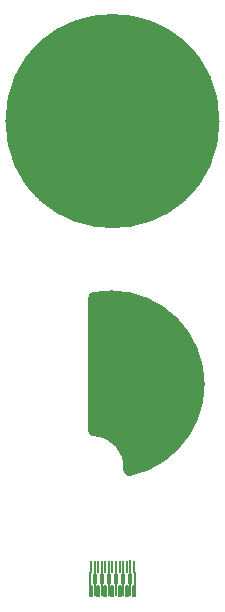
<source format=gts>
G04 #@! TF.GenerationSoftware,KiCad,Pcbnew,8.0.6*
G04 #@! TF.CreationDate,2025-02-24T12:04:57+08:00*
G04 #@! TF.ProjectId,flex3kicad_pcb,666c6578-336b-4696-9361-645f7063622e,rev?*
G04 #@! TF.SameCoordinates,Original*
G04 #@! TF.FileFunction,Soldermask,Top*
G04 #@! TF.FilePolarity,Negative*
%FSLAX46Y46*%
G04 Gerber Fmt 4.6, Leading zero omitted, Abs format (unit mm)*
G04 Created by KiCad (PCBNEW 8.0.6) date 2025-02-24 12:04:57*
%MOMM*%
%LPD*%
G01*
G04 APERTURE LIST*
G04 Aperture macros list*
%AMRoundRect*
0 Rectangle with rounded corners*
0 $1 Rounding radius*
0 $2 $3 $4 $5 $6 $7 $8 $9 X,Y pos of 4 corners*
0 Add a 4 corners polygon primitive as box body*
4,1,4,$2,$3,$4,$5,$6,$7,$8,$9,$2,$3,0*
0 Add four circle primitives for the rounded corners*
1,1,$1+$1,$2,$3*
1,1,$1+$1,$4,$5*
1,1,$1+$1,$6,$7*
1,1,$1+$1,$8,$9*
0 Add four rect primitives between the rounded corners*
20,1,$1+$1,$2,$3,$4,$5,0*
20,1,$1+$1,$4,$5,$6,$7,0*
20,1,$1+$1,$6,$7,$8,$9,0*
20,1,$1+$1,$8,$9,$2,$3,0*%
%AMOutline5P*
0 Free polygon, 5 corners , with rotation*
0 The origin of the aperture is its center*
0 number of corners: always 5*
0 $1 to $10 corner X, Y*
0 $11 Rotation angle, in degrees counterclockwise*
0 create outline with 5 corners*
4,1,5,$1,$2,$3,$4,$5,$6,$7,$8,$9,$10,$1,$2,$11*%
%AMOutline6P*
0 Free polygon, 6 corners , with rotation*
0 The origin of the aperture is its center*
0 number of corners: always 6*
0 $1 to $12 corner X, Y*
0 $13 Rotation angle, in degrees counterclockwise*
0 create outline with 6 corners*
4,1,6,$1,$2,$3,$4,$5,$6,$7,$8,$9,$10,$11,$12,$1,$2,$13*%
%AMOutline7P*
0 Free polygon, 7 corners , with rotation*
0 The origin of the aperture is its center*
0 number of corners: always 7*
0 $1 to $14 corner X, Y*
0 $15 Rotation angle, in degrees counterclockwise*
0 create outline with 7 corners*
4,1,7,$1,$2,$3,$4,$5,$6,$7,$8,$9,$10,$11,$12,$13,$14,$1,$2,$15*%
%AMOutline8P*
0 Free polygon, 8 corners , with rotation*
0 The origin of the aperture is its center*
0 number of corners: always 8*
0 $1 to $16 corner X, Y*
0 $17 Rotation angle, in degrees counterclockwise*
0 create outline with 8 corners*
4,1,8,$1,$2,$3,$4,$5,$6,$7,$8,$9,$10,$11,$12,$13,$14,$15,$16,$1,$2,$17*%
%AMFreePoly0*
4,1,14,-0.150000,0.400000,0.000000,0.550000,0.150000,0.400000,0.150000,-0.430000,0.140866,-0.475922,0.114853,-0.514853,0.075922,-0.540866,0.030000,-0.550000,-0.030000,-0.550000,-0.075922,-0.540866,-0.114853,-0.514853,-0.140866,-0.475922,-0.150000,-0.430000,-0.150000,0.400000,-0.150000,0.400000,$1*%
G04 Aperture macros list end*
%ADD10C,1.000000*%
%ADD11C,9.070139*%
%ADD12C,0.500000*%
%ADD13R,0.150000X1.250000*%
%ADD14Outline6P,-0.125000X0.425000X0.000000X0.550000X0.125000X0.425000X0.125000X-0.425000X0.000000X-0.550000X-0.125000X-0.425000X0.000000*%
%ADD15FreePoly0,0.000000*%
%ADD16Outline6P,-0.075000X0.600000X0.000000X0.675000X0.075000X0.600000X0.075000X-0.600000X0.000000X-0.675000X-0.075000X-0.600000X0.000000*%
%ADD17Outline6P,-0.150000X0.400000X0.000000X0.550000X0.150000X0.400000X0.150000X-0.400000X0.000000X-0.550000X-0.150000X-0.400000X0.000000*%
%ADD18RoundRect,0.050000X-0.000010X-0.550000X0.000010X-0.550000X0.000010X0.550000X-0.000010X0.550000X0*%
%ADD19Outline6P,-0.075000X0.475000X0.000000X0.550000X0.075000X0.475000X0.075000X-0.475000X0.000000X-0.550000X-0.075000X-0.475000X0.000000*%
%ADD20R,0.100000X1.200000*%
%ADD21R,0.100000X1.250000*%
%ADD22Outline8P,-0.150000X0.430000X-0.030000X0.550000X0.030000X0.550000X0.150000X0.430000X0.150000X-0.430000X0.030000X-0.550000X-0.030000X-0.550000X-0.150000X-0.430000X0.000000*%
%ADD23Outline6P,-0.075000X0.587500X0.000000X0.662500X0.075000X0.587500X0.075000X-0.587500X0.000000X-0.662500X-0.075000X-0.587500X0.000000*%
%ADD24Outline6P,-0.075000X0.537500X0.000000X0.612500X0.075000X0.537500X0.075000X-0.537500X0.000000X-0.612500X-0.075000X-0.537500X0.000000*%
G04 APERTURE END LIST*
D10*
X5347278Y26404446D02*
G75*
G02*
X8332707Y11825387I1409812J-7306506D01*
G01*
D11*
X11435069Y41380000D02*
G75*
G02*
X2364931Y41380000I-4535069J0D01*
G01*
X2364931Y41380000D02*
G75*
G02*
X11435069Y41380000I4535069J0D01*
G01*
D10*
X5330833Y15202717D02*
G75*
G02*
X8332725Y11825383I-98733J-3110517D01*
G01*
D12*
X9790000Y26060000D02*
X11570000Y24900000D01*
X13250000Y23090000D01*
X14070000Y20930000D01*
X14200000Y18530000D01*
X13560000Y16010000D01*
X12300000Y14080000D01*
X10700000Y13000000D01*
X9100000Y12000000D01*
X8081763Y11800000D01*
X8081763Y12408576D01*
X7900000Y13508577D01*
X7081763Y14508577D01*
X6081764Y15000000D01*
X5079486Y15211026D01*
X5089997Y26427895D01*
X8060000Y26510000D01*
X9790000Y26060000D01*
G36*
X9790000Y26060000D02*
G01*
X11570000Y24900000D01*
X13250000Y23090000D01*
X14070000Y20930000D01*
X14200000Y18530000D01*
X13560000Y16010000D01*
X12300000Y14080000D01*
X10700000Y13000000D01*
X9100000Y12000000D01*
X8081763Y11800000D01*
X8081763Y12408576D01*
X7900000Y13508577D01*
X7081763Y14508577D01*
X6081764Y15000000D01*
X5079486Y15211026D01*
X5089997Y26427895D01*
X8060000Y26510000D01*
X9790000Y26060000D01*
G37*
D13*
G04 #@! TO.C,REF\u002A\u002A*
X5025000Y2625000D03*
D14*
X5075000Y3650000D03*
D15*
X5100000Y1600000D03*
D16*
X5400000Y3525000D03*
D17*
X5400000Y2650000D03*
D18*
X5400000Y1650000D03*
D19*
X5700000Y3650000D03*
D20*
X5700000Y2550000D03*
D15*
X5700000Y1600000D03*
D16*
X6000000Y3525000D03*
D17*
X6000000Y2650000D03*
D18*
X6000000Y1650000D03*
D19*
X6300000Y3650000D03*
D21*
X6300000Y2650000D03*
D15*
X6300000Y1600000D03*
D22*
X6599999Y2650000D03*
D16*
X6600000Y3525000D03*
D18*
X6600000Y1650001D03*
D19*
X6900000Y3650000D03*
D21*
X6900000Y2649999D03*
D15*
X6900000Y1600000D03*
D16*
X7200000Y3525000D03*
D22*
X7200000Y2649999D03*
D18*
X7200000Y1650001D03*
D19*
X7500000Y3650000D03*
D21*
X7500000Y2649999D03*
D15*
X7500000Y1600000D03*
D23*
X7800000Y3537500D03*
D22*
X7800000Y2649999D03*
D18*
X7800000Y1650001D03*
D19*
X8100000Y3650000D03*
D21*
X8100000Y2649999D03*
D15*
X8100000Y1600000D03*
D24*
X8400000Y3587500D03*
D22*
X8400000Y2649999D03*
D18*
X8400000Y1650001D03*
D15*
X8700000Y1600000D03*
D14*
X8725000Y3650000D03*
D13*
X8775000Y2625000D03*
G04 #@! TD*
M02*

</source>
